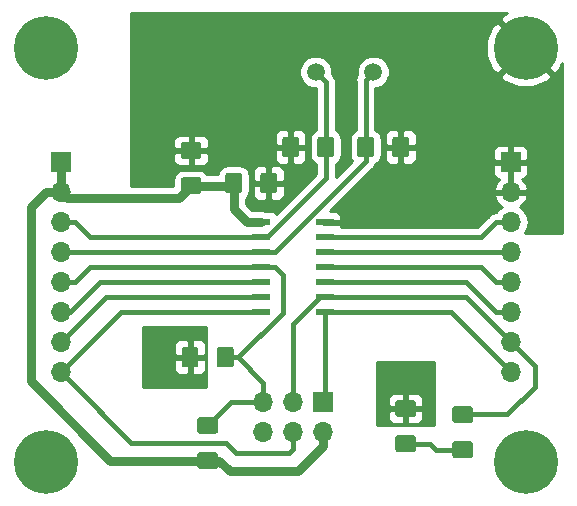
<source format=gbr>
G04 #@! TF.GenerationSoftware,KiCad,Pcbnew,(5.0.2)-1*
G04 #@! TF.CreationDate,2019-01-15T12:25:10+01:00*
G04 #@! TF.ProjectId,ATtiny44_DevBoard,41547469-6e79-4343-945f-446576426f61,rev?*
G04 #@! TF.SameCoordinates,Original*
G04 #@! TF.FileFunction,Copper,L1,Top*
G04 #@! TF.FilePolarity,Positive*
%FSLAX46Y46*%
G04 Gerber Fmt 4.6, Leading zero omitted, Abs format (unit mm)*
G04 Created by KiCad (PCBNEW (5.0.2)-1) date 15/01/2019 12:25:10*
%MOMM*%
%LPD*%
G01*
G04 APERTURE LIST*
G04 #@! TA.AperFunction,ComponentPad*
%ADD10C,5.400000*%
G04 #@! TD*
G04 #@! TA.AperFunction,ComponentPad*
%ADD11C,0.800000*%
G04 #@! TD*
G04 #@! TA.AperFunction,Conductor*
%ADD12C,0.100000*%
G04 #@! TD*
G04 #@! TA.AperFunction,SMDPad,CuDef*
%ADD13C,1.425000*%
G04 #@! TD*
G04 #@! TA.AperFunction,ComponentPad*
%ADD14O,1.700000X1.700000*%
G04 #@! TD*
G04 #@! TA.AperFunction,ComponentPad*
%ADD15R,1.700000X1.700000*%
G04 #@! TD*
G04 #@! TA.AperFunction,SMDPad,CuDef*
%ADD16R,1.500000X0.600000*%
G04 #@! TD*
G04 #@! TA.AperFunction,ComponentPad*
%ADD17C,1.500000*%
G04 #@! TD*
G04 #@! TA.AperFunction,ViaPad*
%ADD18C,0.762000*%
G04 #@! TD*
G04 #@! TA.AperFunction,ViaPad*
%ADD19C,0.889000*%
G04 #@! TD*
G04 #@! TA.AperFunction,Conductor*
%ADD20C,0.762000*%
G04 #@! TD*
G04 #@! TA.AperFunction,Conductor*
%ADD21C,0.406400*%
G04 #@! TD*
G04 #@! TA.AperFunction,Conductor*
%ADD22C,0.254000*%
G04 #@! TD*
G04 APERTURE END LIST*
D10*
G04 #@! TO.P,REF\002A\002A,1*
G04 #@! TO.N,GND*
X128016000Y-108712000D03*
D11*
X130041000Y-108712000D03*
X129447891Y-110143891D03*
X128016000Y-110737000D03*
X126584109Y-110143891D03*
X125991000Y-108712000D03*
X126584109Y-107280109D03*
X128016000Y-106687000D03*
X129447891Y-107280109D03*
G04 #@! TD*
G04 #@! TO.P,REF\002A\002A,1*
G04 #@! TO.N,GND*
X129447891Y-72228109D03*
X128016000Y-71635000D03*
X126584109Y-72228109D03*
X125991000Y-73660000D03*
X126584109Y-75091891D03*
X128016000Y-75685000D03*
X129447891Y-75091891D03*
X130041000Y-73660000D03*
D10*
X128016000Y-73660000D03*
G04 #@! TD*
G04 #@! TO.P,REF\002A\002A,1*
G04 #@! TO.N,GND*
X168656000Y-73660000D03*
D11*
X170681000Y-73660000D03*
X170087891Y-75091891D03*
X168656000Y-75685000D03*
X167224109Y-75091891D03*
X166631000Y-73660000D03*
X167224109Y-72228109D03*
X168656000Y-71635000D03*
X170087891Y-72228109D03*
G04 #@! TD*
D12*
G04 #@! TO.N,VCC*
G04 #@! TO.C,C1*
G36*
X144414504Y-84216204D02*
X144438773Y-84219804D01*
X144462571Y-84225765D01*
X144485671Y-84234030D01*
X144507849Y-84244520D01*
X144528893Y-84257133D01*
X144548598Y-84271747D01*
X144566777Y-84288223D01*
X144583253Y-84306402D01*
X144597867Y-84326107D01*
X144610480Y-84347151D01*
X144620970Y-84369329D01*
X144629235Y-84392429D01*
X144635196Y-84416227D01*
X144638796Y-84440496D01*
X144640000Y-84465000D01*
X144640000Y-85715000D01*
X144638796Y-85739504D01*
X144635196Y-85763773D01*
X144629235Y-85787571D01*
X144620970Y-85810671D01*
X144610480Y-85832849D01*
X144597867Y-85853893D01*
X144583253Y-85873598D01*
X144566777Y-85891777D01*
X144548598Y-85908253D01*
X144528893Y-85922867D01*
X144507849Y-85935480D01*
X144485671Y-85945970D01*
X144462571Y-85954235D01*
X144438773Y-85960196D01*
X144414504Y-85963796D01*
X144390000Y-85965000D01*
X143465000Y-85965000D01*
X143440496Y-85963796D01*
X143416227Y-85960196D01*
X143392429Y-85954235D01*
X143369329Y-85945970D01*
X143347151Y-85935480D01*
X143326107Y-85922867D01*
X143306402Y-85908253D01*
X143288223Y-85891777D01*
X143271747Y-85873598D01*
X143257133Y-85853893D01*
X143244520Y-85832849D01*
X143234030Y-85810671D01*
X143225765Y-85787571D01*
X143219804Y-85763773D01*
X143216204Y-85739504D01*
X143215000Y-85715000D01*
X143215000Y-84465000D01*
X143216204Y-84440496D01*
X143219804Y-84416227D01*
X143225765Y-84392429D01*
X143234030Y-84369329D01*
X143244520Y-84347151D01*
X143257133Y-84326107D01*
X143271747Y-84306402D01*
X143288223Y-84288223D01*
X143306402Y-84271747D01*
X143326107Y-84257133D01*
X143347151Y-84244520D01*
X143369329Y-84234030D01*
X143392429Y-84225765D01*
X143416227Y-84219804D01*
X143440496Y-84216204D01*
X143465000Y-84215000D01*
X144390000Y-84215000D01*
X144414504Y-84216204D01*
X144414504Y-84216204D01*
G37*
D13*
G04 #@! TD*
G04 #@! TO.P,C1,1*
G04 #@! TO.N,VCC*
X143927500Y-85090000D03*
D12*
G04 #@! TO.N,GND*
G04 #@! TO.C,C1*
G36*
X147389504Y-84216204D02*
X147413773Y-84219804D01*
X147437571Y-84225765D01*
X147460671Y-84234030D01*
X147482849Y-84244520D01*
X147503893Y-84257133D01*
X147523598Y-84271747D01*
X147541777Y-84288223D01*
X147558253Y-84306402D01*
X147572867Y-84326107D01*
X147585480Y-84347151D01*
X147595970Y-84369329D01*
X147604235Y-84392429D01*
X147610196Y-84416227D01*
X147613796Y-84440496D01*
X147615000Y-84465000D01*
X147615000Y-85715000D01*
X147613796Y-85739504D01*
X147610196Y-85763773D01*
X147604235Y-85787571D01*
X147595970Y-85810671D01*
X147585480Y-85832849D01*
X147572867Y-85853893D01*
X147558253Y-85873598D01*
X147541777Y-85891777D01*
X147523598Y-85908253D01*
X147503893Y-85922867D01*
X147482849Y-85935480D01*
X147460671Y-85945970D01*
X147437571Y-85954235D01*
X147413773Y-85960196D01*
X147389504Y-85963796D01*
X147365000Y-85965000D01*
X146440000Y-85965000D01*
X146415496Y-85963796D01*
X146391227Y-85960196D01*
X146367429Y-85954235D01*
X146344329Y-85945970D01*
X146322151Y-85935480D01*
X146301107Y-85922867D01*
X146281402Y-85908253D01*
X146263223Y-85891777D01*
X146246747Y-85873598D01*
X146232133Y-85853893D01*
X146219520Y-85832849D01*
X146209030Y-85810671D01*
X146200765Y-85787571D01*
X146194804Y-85763773D01*
X146191204Y-85739504D01*
X146190000Y-85715000D01*
X146190000Y-84465000D01*
X146191204Y-84440496D01*
X146194804Y-84416227D01*
X146200765Y-84392429D01*
X146209030Y-84369329D01*
X146219520Y-84347151D01*
X146232133Y-84326107D01*
X146246747Y-84306402D01*
X146263223Y-84288223D01*
X146281402Y-84271747D01*
X146301107Y-84257133D01*
X146322151Y-84244520D01*
X146344329Y-84234030D01*
X146367429Y-84225765D01*
X146391227Y-84219804D01*
X146415496Y-84216204D01*
X146440000Y-84215000D01*
X147365000Y-84215000D01*
X147389504Y-84216204D01*
X147389504Y-84216204D01*
G37*
D13*
G04 #@! TD*
G04 #@! TO.P,C1,2*
G04 #@! TO.N,GND*
X146902500Y-85090000D03*
D12*
G04 #@! TO.N,GND*
G04 #@! TO.C,C2*
G36*
X149240504Y-81168204D02*
X149264773Y-81171804D01*
X149288571Y-81177765D01*
X149311671Y-81186030D01*
X149333849Y-81196520D01*
X149354893Y-81209133D01*
X149374598Y-81223747D01*
X149392777Y-81240223D01*
X149409253Y-81258402D01*
X149423867Y-81278107D01*
X149436480Y-81299151D01*
X149446970Y-81321329D01*
X149455235Y-81344429D01*
X149461196Y-81368227D01*
X149464796Y-81392496D01*
X149466000Y-81417000D01*
X149466000Y-82667000D01*
X149464796Y-82691504D01*
X149461196Y-82715773D01*
X149455235Y-82739571D01*
X149446970Y-82762671D01*
X149436480Y-82784849D01*
X149423867Y-82805893D01*
X149409253Y-82825598D01*
X149392777Y-82843777D01*
X149374598Y-82860253D01*
X149354893Y-82874867D01*
X149333849Y-82887480D01*
X149311671Y-82897970D01*
X149288571Y-82906235D01*
X149264773Y-82912196D01*
X149240504Y-82915796D01*
X149216000Y-82917000D01*
X148291000Y-82917000D01*
X148266496Y-82915796D01*
X148242227Y-82912196D01*
X148218429Y-82906235D01*
X148195329Y-82897970D01*
X148173151Y-82887480D01*
X148152107Y-82874867D01*
X148132402Y-82860253D01*
X148114223Y-82843777D01*
X148097747Y-82825598D01*
X148083133Y-82805893D01*
X148070520Y-82784849D01*
X148060030Y-82762671D01*
X148051765Y-82739571D01*
X148045804Y-82715773D01*
X148042204Y-82691504D01*
X148041000Y-82667000D01*
X148041000Y-81417000D01*
X148042204Y-81392496D01*
X148045804Y-81368227D01*
X148051765Y-81344429D01*
X148060030Y-81321329D01*
X148070520Y-81299151D01*
X148083133Y-81278107D01*
X148097747Y-81258402D01*
X148114223Y-81240223D01*
X148132402Y-81223747D01*
X148152107Y-81209133D01*
X148173151Y-81196520D01*
X148195329Y-81186030D01*
X148218429Y-81177765D01*
X148242227Y-81171804D01*
X148266496Y-81168204D01*
X148291000Y-81167000D01*
X149216000Y-81167000D01*
X149240504Y-81168204D01*
X149240504Y-81168204D01*
G37*
D13*
G04 #@! TD*
G04 #@! TO.P,C2,2*
G04 #@! TO.N,GND*
X148753500Y-82042000D03*
D12*
G04 #@! TO.N,/XTAL1*
G04 #@! TO.C,C2*
G36*
X152215504Y-81168204D02*
X152239773Y-81171804D01*
X152263571Y-81177765D01*
X152286671Y-81186030D01*
X152308849Y-81196520D01*
X152329893Y-81209133D01*
X152349598Y-81223747D01*
X152367777Y-81240223D01*
X152384253Y-81258402D01*
X152398867Y-81278107D01*
X152411480Y-81299151D01*
X152421970Y-81321329D01*
X152430235Y-81344429D01*
X152436196Y-81368227D01*
X152439796Y-81392496D01*
X152441000Y-81417000D01*
X152441000Y-82667000D01*
X152439796Y-82691504D01*
X152436196Y-82715773D01*
X152430235Y-82739571D01*
X152421970Y-82762671D01*
X152411480Y-82784849D01*
X152398867Y-82805893D01*
X152384253Y-82825598D01*
X152367777Y-82843777D01*
X152349598Y-82860253D01*
X152329893Y-82874867D01*
X152308849Y-82887480D01*
X152286671Y-82897970D01*
X152263571Y-82906235D01*
X152239773Y-82912196D01*
X152215504Y-82915796D01*
X152191000Y-82917000D01*
X151266000Y-82917000D01*
X151241496Y-82915796D01*
X151217227Y-82912196D01*
X151193429Y-82906235D01*
X151170329Y-82897970D01*
X151148151Y-82887480D01*
X151127107Y-82874867D01*
X151107402Y-82860253D01*
X151089223Y-82843777D01*
X151072747Y-82825598D01*
X151058133Y-82805893D01*
X151045520Y-82784849D01*
X151035030Y-82762671D01*
X151026765Y-82739571D01*
X151020804Y-82715773D01*
X151017204Y-82691504D01*
X151016000Y-82667000D01*
X151016000Y-81417000D01*
X151017204Y-81392496D01*
X151020804Y-81368227D01*
X151026765Y-81344429D01*
X151035030Y-81321329D01*
X151045520Y-81299151D01*
X151058133Y-81278107D01*
X151072747Y-81258402D01*
X151089223Y-81240223D01*
X151107402Y-81223747D01*
X151127107Y-81209133D01*
X151148151Y-81196520D01*
X151170329Y-81186030D01*
X151193429Y-81177765D01*
X151217227Y-81171804D01*
X151241496Y-81168204D01*
X151266000Y-81167000D01*
X152191000Y-81167000D01*
X152215504Y-81168204D01*
X152215504Y-81168204D01*
G37*
D13*
G04 #@! TD*
G04 #@! TO.P,C2,1*
G04 #@! TO.N,/XTAL1*
X151728500Y-82042000D03*
D12*
G04 #@! TO.N,/XTAL2*
G04 #@! TO.C,C3*
G36*
X155590504Y-81168204D02*
X155614773Y-81171804D01*
X155638571Y-81177765D01*
X155661671Y-81186030D01*
X155683849Y-81196520D01*
X155704893Y-81209133D01*
X155724598Y-81223747D01*
X155742777Y-81240223D01*
X155759253Y-81258402D01*
X155773867Y-81278107D01*
X155786480Y-81299151D01*
X155796970Y-81321329D01*
X155805235Y-81344429D01*
X155811196Y-81368227D01*
X155814796Y-81392496D01*
X155816000Y-81417000D01*
X155816000Y-82667000D01*
X155814796Y-82691504D01*
X155811196Y-82715773D01*
X155805235Y-82739571D01*
X155796970Y-82762671D01*
X155786480Y-82784849D01*
X155773867Y-82805893D01*
X155759253Y-82825598D01*
X155742777Y-82843777D01*
X155724598Y-82860253D01*
X155704893Y-82874867D01*
X155683849Y-82887480D01*
X155661671Y-82897970D01*
X155638571Y-82906235D01*
X155614773Y-82912196D01*
X155590504Y-82915796D01*
X155566000Y-82917000D01*
X154641000Y-82917000D01*
X154616496Y-82915796D01*
X154592227Y-82912196D01*
X154568429Y-82906235D01*
X154545329Y-82897970D01*
X154523151Y-82887480D01*
X154502107Y-82874867D01*
X154482402Y-82860253D01*
X154464223Y-82843777D01*
X154447747Y-82825598D01*
X154433133Y-82805893D01*
X154420520Y-82784849D01*
X154410030Y-82762671D01*
X154401765Y-82739571D01*
X154395804Y-82715773D01*
X154392204Y-82691504D01*
X154391000Y-82667000D01*
X154391000Y-81417000D01*
X154392204Y-81392496D01*
X154395804Y-81368227D01*
X154401765Y-81344429D01*
X154410030Y-81321329D01*
X154420520Y-81299151D01*
X154433133Y-81278107D01*
X154447747Y-81258402D01*
X154464223Y-81240223D01*
X154482402Y-81223747D01*
X154502107Y-81209133D01*
X154523151Y-81196520D01*
X154545329Y-81186030D01*
X154568429Y-81177765D01*
X154592227Y-81171804D01*
X154616496Y-81168204D01*
X154641000Y-81167000D01*
X155566000Y-81167000D01*
X155590504Y-81168204D01*
X155590504Y-81168204D01*
G37*
D13*
G04 #@! TD*
G04 #@! TO.P,C3,1*
G04 #@! TO.N,/XTAL2*
X155103500Y-82042000D03*
D12*
G04 #@! TO.N,GND*
G04 #@! TO.C,C3*
G36*
X158565504Y-81168204D02*
X158589773Y-81171804D01*
X158613571Y-81177765D01*
X158636671Y-81186030D01*
X158658849Y-81196520D01*
X158679893Y-81209133D01*
X158699598Y-81223747D01*
X158717777Y-81240223D01*
X158734253Y-81258402D01*
X158748867Y-81278107D01*
X158761480Y-81299151D01*
X158771970Y-81321329D01*
X158780235Y-81344429D01*
X158786196Y-81368227D01*
X158789796Y-81392496D01*
X158791000Y-81417000D01*
X158791000Y-82667000D01*
X158789796Y-82691504D01*
X158786196Y-82715773D01*
X158780235Y-82739571D01*
X158771970Y-82762671D01*
X158761480Y-82784849D01*
X158748867Y-82805893D01*
X158734253Y-82825598D01*
X158717777Y-82843777D01*
X158699598Y-82860253D01*
X158679893Y-82874867D01*
X158658849Y-82887480D01*
X158636671Y-82897970D01*
X158613571Y-82906235D01*
X158589773Y-82912196D01*
X158565504Y-82915796D01*
X158541000Y-82917000D01*
X157616000Y-82917000D01*
X157591496Y-82915796D01*
X157567227Y-82912196D01*
X157543429Y-82906235D01*
X157520329Y-82897970D01*
X157498151Y-82887480D01*
X157477107Y-82874867D01*
X157457402Y-82860253D01*
X157439223Y-82843777D01*
X157422747Y-82825598D01*
X157408133Y-82805893D01*
X157395520Y-82784849D01*
X157385030Y-82762671D01*
X157376765Y-82739571D01*
X157370804Y-82715773D01*
X157367204Y-82691504D01*
X157366000Y-82667000D01*
X157366000Y-81417000D01*
X157367204Y-81392496D01*
X157370804Y-81368227D01*
X157376765Y-81344429D01*
X157385030Y-81321329D01*
X157395520Y-81299151D01*
X157408133Y-81278107D01*
X157422747Y-81258402D01*
X157439223Y-81240223D01*
X157457402Y-81223747D01*
X157477107Y-81209133D01*
X157498151Y-81196520D01*
X157520329Y-81186030D01*
X157543429Y-81177765D01*
X157567227Y-81171804D01*
X157591496Y-81168204D01*
X157616000Y-81167000D01*
X158541000Y-81167000D01*
X158565504Y-81168204D01*
X158565504Y-81168204D01*
G37*
D13*
G04 #@! TD*
G04 #@! TO.P,C3,2*
G04 #@! TO.N,GND*
X158078500Y-82042000D03*
D12*
G04 #@! TO.N,GND*
G04 #@! TO.C,C4*
G36*
X140984504Y-81621204D02*
X141008773Y-81624804D01*
X141032571Y-81630765D01*
X141055671Y-81639030D01*
X141077849Y-81649520D01*
X141098893Y-81662133D01*
X141118598Y-81676747D01*
X141136777Y-81693223D01*
X141153253Y-81711402D01*
X141167867Y-81731107D01*
X141180480Y-81752151D01*
X141190970Y-81774329D01*
X141199235Y-81797429D01*
X141205196Y-81821227D01*
X141208796Y-81845496D01*
X141210000Y-81870000D01*
X141210000Y-82795000D01*
X141208796Y-82819504D01*
X141205196Y-82843773D01*
X141199235Y-82867571D01*
X141190970Y-82890671D01*
X141180480Y-82912849D01*
X141167867Y-82933893D01*
X141153253Y-82953598D01*
X141136777Y-82971777D01*
X141118598Y-82988253D01*
X141098893Y-83002867D01*
X141077849Y-83015480D01*
X141055671Y-83025970D01*
X141032571Y-83034235D01*
X141008773Y-83040196D01*
X140984504Y-83043796D01*
X140960000Y-83045000D01*
X139710000Y-83045000D01*
X139685496Y-83043796D01*
X139661227Y-83040196D01*
X139637429Y-83034235D01*
X139614329Y-83025970D01*
X139592151Y-83015480D01*
X139571107Y-83002867D01*
X139551402Y-82988253D01*
X139533223Y-82971777D01*
X139516747Y-82953598D01*
X139502133Y-82933893D01*
X139489520Y-82912849D01*
X139479030Y-82890671D01*
X139470765Y-82867571D01*
X139464804Y-82843773D01*
X139461204Y-82819504D01*
X139460000Y-82795000D01*
X139460000Y-81870000D01*
X139461204Y-81845496D01*
X139464804Y-81821227D01*
X139470765Y-81797429D01*
X139479030Y-81774329D01*
X139489520Y-81752151D01*
X139502133Y-81731107D01*
X139516747Y-81711402D01*
X139533223Y-81693223D01*
X139551402Y-81676747D01*
X139571107Y-81662133D01*
X139592151Y-81649520D01*
X139614329Y-81639030D01*
X139637429Y-81630765D01*
X139661227Y-81624804D01*
X139685496Y-81621204D01*
X139710000Y-81620000D01*
X140960000Y-81620000D01*
X140984504Y-81621204D01*
X140984504Y-81621204D01*
G37*
D13*
G04 #@! TD*
G04 #@! TO.P,C4,2*
G04 #@! TO.N,GND*
X140335000Y-82332500D03*
D12*
G04 #@! TO.N,VCC*
G04 #@! TO.C,C4*
G36*
X140984504Y-84596204D02*
X141008773Y-84599804D01*
X141032571Y-84605765D01*
X141055671Y-84614030D01*
X141077849Y-84624520D01*
X141098893Y-84637133D01*
X141118598Y-84651747D01*
X141136777Y-84668223D01*
X141153253Y-84686402D01*
X141167867Y-84706107D01*
X141180480Y-84727151D01*
X141190970Y-84749329D01*
X141199235Y-84772429D01*
X141205196Y-84796227D01*
X141208796Y-84820496D01*
X141210000Y-84845000D01*
X141210000Y-85770000D01*
X141208796Y-85794504D01*
X141205196Y-85818773D01*
X141199235Y-85842571D01*
X141190970Y-85865671D01*
X141180480Y-85887849D01*
X141167867Y-85908893D01*
X141153253Y-85928598D01*
X141136777Y-85946777D01*
X141118598Y-85963253D01*
X141098893Y-85977867D01*
X141077849Y-85990480D01*
X141055671Y-86000970D01*
X141032571Y-86009235D01*
X141008773Y-86015196D01*
X140984504Y-86018796D01*
X140960000Y-86020000D01*
X139710000Y-86020000D01*
X139685496Y-86018796D01*
X139661227Y-86015196D01*
X139637429Y-86009235D01*
X139614329Y-86000970D01*
X139592151Y-85990480D01*
X139571107Y-85977867D01*
X139551402Y-85963253D01*
X139533223Y-85946777D01*
X139516747Y-85928598D01*
X139502133Y-85908893D01*
X139489520Y-85887849D01*
X139479030Y-85865671D01*
X139470765Y-85842571D01*
X139464804Y-85818773D01*
X139461204Y-85794504D01*
X139460000Y-85770000D01*
X139460000Y-84845000D01*
X139461204Y-84820496D01*
X139464804Y-84796227D01*
X139470765Y-84772429D01*
X139479030Y-84749329D01*
X139489520Y-84727151D01*
X139502133Y-84706107D01*
X139516747Y-84686402D01*
X139533223Y-84668223D01*
X139551402Y-84651747D01*
X139571107Y-84637133D01*
X139592151Y-84624520D01*
X139614329Y-84614030D01*
X139637429Y-84605765D01*
X139661227Y-84599804D01*
X139685496Y-84596204D01*
X139710000Y-84595000D01*
X140960000Y-84595000D01*
X140984504Y-84596204D01*
X140984504Y-84596204D01*
G37*
D13*
G04 #@! TD*
G04 #@! TO.P,C4,1*
G04 #@! TO.N,VCC*
X140335000Y-85307500D03*
D12*
G04 #@! TO.N,GND*
G04 #@! TO.C,D1*
G36*
X159145504Y-103465204D02*
X159169773Y-103468804D01*
X159193571Y-103474765D01*
X159216671Y-103483030D01*
X159238849Y-103493520D01*
X159259893Y-103506133D01*
X159279598Y-103520747D01*
X159297777Y-103537223D01*
X159314253Y-103555402D01*
X159328867Y-103575107D01*
X159341480Y-103596151D01*
X159351970Y-103618329D01*
X159360235Y-103641429D01*
X159366196Y-103665227D01*
X159369796Y-103689496D01*
X159371000Y-103714000D01*
X159371000Y-104639000D01*
X159369796Y-104663504D01*
X159366196Y-104687773D01*
X159360235Y-104711571D01*
X159351970Y-104734671D01*
X159341480Y-104756849D01*
X159328867Y-104777893D01*
X159314253Y-104797598D01*
X159297777Y-104815777D01*
X159279598Y-104832253D01*
X159259893Y-104846867D01*
X159238849Y-104859480D01*
X159216671Y-104869970D01*
X159193571Y-104878235D01*
X159169773Y-104884196D01*
X159145504Y-104887796D01*
X159121000Y-104889000D01*
X157871000Y-104889000D01*
X157846496Y-104887796D01*
X157822227Y-104884196D01*
X157798429Y-104878235D01*
X157775329Y-104869970D01*
X157753151Y-104859480D01*
X157732107Y-104846867D01*
X157712402Y-104832253D01*
X157694223Y-104815777D01*
X157677747Y-104797598D01*
X157663133Y-104777893D01*
X157650520Y-104756849D01*
X157640030Y-104734671D01*
X157631765Y-104711571D01*
X157625804Y-104687773D01*
X157622204Y-104663504D01*
X157621000Y-104639000D01*
X157621000Y-103714000D01*
X157622204Y-103689496D01*
X157625804Y-103665227D01*
X157631765Y-103641429D01*
X157640030Y-103618329D01*
X157650520Y-103596151D01*
X157663133Y-103575107D01*
X157677747Y-103555402D01*
X157694223Y-103537223D01*
X157712402Y-103520747D01*
X157732107Y-103506133D01*
X157753151Y-103493520D01*
X157775329Y-103483030D01*
X157798429Y-103474765D01*
X157822227Y-103468804D01*
X157846496Y-103465204D01*
X157871000Y-103464000D01*
X159121000Y-103464000D01*
X159145504Y-103465204D01*
X159145504Y-103465204D01*
G37*
D13*
G04 #@! TD*
G04 #@! TO.P,D1,1*
G04 #@! TO.N,GND*
X158496000Y-104176500D03*
D12*
G04 #@! TO.N,Net-(D1-Pad2)*
G04 #@! TO.C,D1*
G36*
X159145504Y-106440204D02*
X159169773Y-106443804D01*
X159193571Y-106449765D01*
X159216671Y-106458030D01*
X159238849Y-106468520D01*
X159259893Y-106481133D01*
X159279598Y-106495747D01*
X159297777Y-106512223D01*
X159314253Y-106530402D01*
X159328867Y-106550107D01*
X159341480Y-106571151D01*
X159351970Y-106593329D01*
X159360235Y-106616429D01*
X159366196Y-106640227D01*
X159369796Y-106664496D01*
X159371000Y-106689000D01*
X159371000Y-107614000D01*
X159369796Y-107638504D01*
X159366196Y-107662773D01*
X159360235Y-107686571D01*
X159351970Y-107709671D01*
X159341480Y-107731849D01*
X159328867Y-107752893D01*
X159314253Y-107772598D01*
X159297777Y-107790777D01*
X159279598Y-107807253D01*
X159259893Y-107821867D01*
X159238849Y-107834480D01*
X159216671Y-107844970D01*
X159193571Y-107853235D01*
X159169773Y-107859196D01*
X159145504Y-107862796D01*
X159121000Y-107864000D01*
X157871000Y-107864000D01*
X157846496Y-107862796D01*
X157822227Y-107859196D01*
X157798429Y-107853235D01*
X157775329Y-107844970D01*
X157753151Y-107834480D01*
X157732107Y-107821867D01*
X157712402Y-107807253D01*
X157694223Y-107790777D01*
X157677747Y-107772598D01*
X157663133Y-107752893D01*
X157650520Y-107731849D01*
X157640030Y-107709671D01*
X157631765Y-107686571D01*
X157625804Y-107662773D01*
X157622204Y-107638504D01*
X157621000Y-107614000D01*
X157621000Y-106689000D01*
X157622204Y-106664496D01*
X157625804Y-106640227D01*
X157631765Y-106616429D01*
X157640030Y-106593329D01*
X157650520Y-106571151D01*
X157663133Y-106550107D01*
X157677747Y-106530402D01*
X157694223Y-106512223D01*
X157712402Y-106495747D01*
X157732107Y-106481133D01*
X157753151Y-106468520D01*
X157775329Y-106458030D01*
X157798429Y-106449765D01*
X157822227Y-106443804D01*
X157846496Y-106440204D01*
X157871000Y-106439000D01*
X159121000Y-106439000D01*
X159145504Y-106440204D01*
X159145504Y-106440204D01*
G37*
D13*
G04 #@! TD*
G04 #@! TO.P,D1,2*
G04 #@! TO.N,Net-(D1-Pad2)*
X158496000Y-107151500D03*
D14*
G04 #@! TO.P,J1,8*
G04 #@! TO.N,/MOSI*
X129286000Y-101092000D03*
G04 #@! TO.P,J1,7*
G04 #@! TO.N,/PA7*
X129286000Y-98552000D03*
G04 #@! TO.P,J1,6*
G04 #@! TO.N,/PB2*
X129286000Y-96012000D03*
G04 #@! TO.P,J1,5*
G04 #@! TO.N,/~RESET*
X129286000Y-93472000D03*
G04 #@! TO.P,J1,4*
G04 #@! TO.N,/XTAL2*
X129286000Y-90932000D03*
G04 #@! TO.P,J1,3*
G04 #@! TO.N,/XTAL1*
X129286000Y-88392000D03*
G04 #@! TO.P,J1,2*
G04 #@! TO.N,VCC*
X129286000Y-85852000D03*
D15*
G04 #@! TO.P,J1,1*
X129286000Y-83312000D03*
G04 #@! TD*
G04 #@! TO.P,J2,1*
G04 #@! TO.N,/MISO*
X151511000Y-103632000D03*
D14*
G04 #@! TO.P,J2,2*
G04 #@! TO.N,VCC*
X151511000Y-106172000D03*
G04 #@! TO.P,J2,3*
G04 #@! TO.N,/USCK*
X148971000Y-103632000D03*
G04 #@! TO.P,J2,4*
G04 #@! TO.N,/MOSI*
X148971000Y-106172000D03*
G04 #@! TO.P,J2,5*
G04 #@! TO.N,/~RESET*
X146431000Y-103632000D03*
G04 #@! TO.P,J2,6*
G04 #@! TO.N,GND*
X146431000Y-106172000D03*
G04 #@! TD*
D15*
G04 #@! TO.P,J3,1*
G04 #@! TO.N,GND*
X167386000Y-83312000D03*
D14*
G04 #@! TO.P,J3,2*
X167386000Y-85852000D03*
G04 #@! TO.P,J3,3*
G04 #@! TO.N,/PA0*
X167386000Y-88392000D03*
G04 #@! TO.P,J3,4*
G04 #@! TO.N,/PA1*
X167386000Y-90932000D03*
G04 #@! TO.P,J3,5*
G04 #@! TO.N,/PA2*
X167386000Y-93472000D03*
G04 #@! TO.P,J3,6*
G04 #@! TO.N,/PA3*
X167386000Y-96012000D03*
G04 #@! TO.P,J3,7*
G04 #@! TO.N,/USCK*
X167386000Y-98552000D03*
G04 #@! TO.P,J3,8*
G04 #@! TO.N,/MISO*
X167386000Y-101092000D03*
G04 #@! TD*
D12*
G04 #@! TO.N,Net-(D1-Pad2)*
G04 #@! TO.C,R1*
G36*
X163971504Y-106948204D02*
X163995773Y-106951804D01*
X164019571Y-106957765D01*
X164042671Y-106966030D01*
X164064849Y-106976520D01*
X164085893Y-106989133D01*
X164105598Y-107003747D01*
X164123777Y-107020223D01*
X164140253Y-107038402D01*
X164154867Y-107058107D01*
X164167480Y-107079151D01*
X164177970Y-107101329D01*
X164186235Y-107124429D01*
X164192196Y-107148227D01*
X164195796Y-107172496D01*
X164197000Y-107197000D01*
X164197000Y-108122000D01*
X164195796Y-108146504D01*
X164192196Y-108170773D01*
X164186235Y-108194571D01*
X164177970Y-108217671D01*
X164167480Y-108239849D01*
X164154867Y-108260893D01*
X164140253Y-108280598D01*
X164123777Y-108298777D01*
X164105598Y-108315253D01*
X164085893Y-108329867D01*
X164064849Y-108342480D01*
X164042671Y-108352970D01*
X164019571Y-108361235D01*
X163995773Y-108367196D01*
X163971504Y-108370796D01*
X163947000Y-108372000D01*
X162697000Y-108372000D01*
X162672496Y-108370796D01*
X162648227Y-108367196D01*
X162624429Y-108361235D01*
X162601329Y-108352970D01*
X162579151Y-108342480D01*
X162558107Y-108329867D01*
X162538402Y-108315253D01*
X162520223Y-108298777D01*
X162503747Y-108280598D01*
X162489133Y-108260893D01*
X162476520Y-108239849D01*
X162466030Y-108217671D01*
X162457765Y-108194571D01*
X162451804Y-108170773D01*
X162448204Y-108146504D01*
X162447000Y-108122000D01*
X162447000Y-107197000D01*
X162448204Y-107172496D01*
X162451804Y-107148227D01*
X162457765Y-107124429D01*
X162466030Y-107101329D01*
X162476520Y-107079151D01*
X162489133Y-107058107D01*
X162503747Y-107038402D01*
X162520223Y-107020223D01*
X162538402Y-107003747D01*
X162558107Y-106989133D01*
X162579151Y-106976520D01*
X162601329Y-106966030D01*
X162624429Y-106957765D01*
X162648227Y-106951804D01*
X162672496Y-106948204D01*
X162697000Y-106947000D01*
X163947000Y-106947000D01*
X163971504Y-106948204D01*
X163971504Y-106948204D01*
G37*
D13*
G04 #@! TD*
G04 #@! TO.P,R1,2*
G04 #@! TO.N,Net-(D1-Pad2)*
X163322000Y-107659500D03*
D12*
G04 #@! TO.N,/USCK*
G04 #@! TO.C,R1*
G36*
X163971504Y-103973204D02*
X163995773Y-103976804D01*
X164019571Y-103982765D01*
X164042671Y-103991030D01*
X164064849Y-104001520D01*
X164085893Y-104014133D01*
X164105598Y-104028747D01*
X164123777Y-104045223D01*
X164140253Y-104063402D01*
X164154867Y-104083107D01*
X164167480Y-104104151D01*
X164177970Y-104126329D01*
X164186235Y-104149429D01*
X164192196Y-104173227D01*
X164195796Y-104197496D01*
X164197000Y-104222000D01*
X164197000Y-105147000D01*
X164195796Y-105171504D01*
X164192196Y-105195773D01*
X164186235Y-105219571D01*
X164177970Y-105242671D01*
X164167480Y-105264849D01*
X164154867Y-105285893D01*
X164140253Y-105305598D01*
X164123777Y-105323777D01*
X164105598Y-105340253D01*
X164085893Y-105354867D01*
X164064849Y-105367480D01*
X164042671Y-105377970D01*
X164019571Y-105386235D01*
X163995773Y-105392196D01*
X163971504Y-105395796D01*
X163947000Y-105397000D01*
X162697000Y-105397000D01*
X162672496Y-105395796D01*
X162648227Y-105392196D01*
X162624429Y-105386235D01*
X162601329Y-105377970D01*
X162579151Y-105367480D01*
X162558107Y-105354867D01*
X162538402Y-105340253D01*
X162520223Y-105323777D01*
X162503747Y-105305598D01*
X162489133Y-105285893D01*
X162476520Y-105264849D01*
X162466030Y-105242671D01*
X162457765Y-105219571D01*
X162451804Y-105195773D01*
X162448204Y-105171504D01*
X162447000Y-105147000D01*
X162447000Y-104222000D01*
X162448204Y-104197496D01*
X162451804Y-104173227D01*
X162457765Y-104149429D01*
X162466030Y-104126329D01*
X162476520Y-104104151D01*
X162489133Y-104083107D01*
X162503747Y-104063402D01*
X162520223Y-104045223D01*
X162538402Y-104028747D01*
X162558107Y-104014133D01*
X162579151Y-104001520D01*
X162601329Y-103991030D01*
X162624429Y-103982765D01*
X162648227Y-103976804D01*
X162672496Y-103973204D01*
X162697000Y-103972000D01*
X163947000Y-103972000D01*
X163971504Y-103973204D01*
X163971504Y-103973204D01*
G37*
D13*
G04 #@! TD*
G04 #@! TO.P,R1,1*
G04 #@! TO.N,/USCK*
X163322000Y-104684500D03*
D12*
G04 #@! TO.N,VCC*
G04 #@! TO.C,R2*
G36*
X142381504Y-107873704D02*
X142405773Y-107877304D01*
X142429571Y-107883265D01*
X142452671Y-107891530D01*
X142474849Y-107902020D01*
X142495893Y-107914633D01*
X142515598Y-107929247D01*
X142533777Y-107945723D01*
X142550253Y-107963902D01*
X142564867Y-107983607D01*
X142577480Y-108004651D01*
X142587970Y-108026829D01*
X142596235Y-108049929D01*
X142602196Y-108073727D01*
X142605796Y-108097996D01*
X142607000Y-108122500D01*
X142607000Y-109047500D01*
X142605796Y-109072004D01*
X142602196Y-109096273D01*
X142596235Y-109120071D01*
X142587970Y-109143171D01*
X142577480Y-109165349D01*
X142564867Y-109186393D01*
X142550253Y-109206098D01*
X142533777Y-109224277D01*
X142515598Y-109240753D01*
X142495893Y-109255367D01*
X142474849Y-109267980D01*
X142452671Y-109278470D01*
X142429571Y-109286735D01*
X142405773Y-109292696D01*
X142381504Y-109296296D01*
X142357000Y-109297500D01*
X141107000Y-109297500D01*
X141082496Y-109296296D01*
X141058227Y-109292696D01*
X141034429Y-109286735D01*
X141011329Y-109278470D01*
X140989151Y-109267980D01*
X140968107Y-109255367D01*
X140948402Y-109240753D01*
X140930223Y-109224277D01*
X140913747Y-109206098D01*
X140899133Y-109186393D01*
X140886520Y-109165349D01*
X140876030Y-109143171D01*
X140867765Y-109120071D01*
X140861804Y-109096273D01*
X140858204Y-109072004D01*
X140857000Y-109047500D01*
X140857000Y-108122500D01*
X140858204Y-108097996D01*
X140861804Y-108073727D01*
X140867765Y-108049929D01*
X140876030Y-108026829D01*
X140886520Y-108004651D01*
X140899133Y-107983607D01*
X140913747Y-107963902D01*
X140930223Y-107945723D01*
X140948402Y-107929247D01*
X140968107Y-107914633D01*
X140989151Y-107902020D01*
X141011329Y-107891530D01*
X141034429Y-107883265D01*
X141058227Y-107877304D01*
X141082496Y-107873704D01*
X141107000Y-107872500D01*
X142357000Y-107872500D01*
X142381504Y-107873704D01*
X142381504Y-107873704D01*
G37*
D13*
G04 #@! TD*
G04 #@! TO.P,R2,1*
G04 #@! TO.N,VCC*
X141732000Y-108585000D03*
D12*
G04 #@! TO.N,/~RESET*
G04 #@! TO.C,R2*
G36*
X142381504Y-104898704D02*
X142405773Y-104902304D01*
X142429571Y-104908265D01*
X142452671Y-104916530D01*
X142474849Y-104927020D01*
X142495893Y-104939633D01*
X142515598Y-104954247D01*
X142533777Y-104970723D01*
X142550253Y-104988902D01*
X142564867Y-105008607D01*
X142577480Y-105029651D01*
X142587970Y-105051829D01*
X142596235Y-105074929D01*
X142602196Y-105098727D01*
X142605796Y-105122996D01*
X142607000Y-105147500D01*
X142607000Y-106072500D01*
X142605796Y-106097004D01*
X142602196Y-106121273D01*
X142596235Y-106145071D01*
X142587970Y-106168171D01*
X142577480Y-106190349D01*
X142564867Y-106211393D01*
X142550253Y-106231098D01*
X142533777Y-106249277D01*
X142515598Y-106265753D01*
X142495893Y-106280367D01*
X142474849Y-106292980D01*
X142452671Y-106303470D01*
X142429571Y-106311735D01*
X142405773Y-106317696D01*
X142381504Y-106321296D01*
X142357000Y-106322500D01*
X141107000Y-106322500D01*
X141082496Y-106321296D01*
X141058227Y-106317696D01*
X141034429Y-106311735D01*
X141011329Y-106303470D01*
X140989151Y-106292980D01*
X140968107Y-106280367D01*
X140948402Y-106265753D01*
X140930223Y-106249277D01*
X140913747Y-106231098D01*
X140899133Y-106211393D01*
X140886520Y-106190349D01*
X140876030Y-106168171D01*
X140867765Y-106145071D01*
X140861804Y-106121273D01*
X140858204Y-106097004D01*
X140857000Y-106072500D01*
X140857000Y-105147500D01*
X140858204Y-105122996D01*
X140861804Y-105098727D01*
X140867765Y-105074929D01*
X140876030Y-105051829D01*
X140886520Y-105029651D01*
X140899133Y-105008607D01*
X140913747Y-104988902D01*
X140930223Y-104970723D01*
X140948402Y-104954247D01*
X140968107Y-104939633D01*
X140989151Y-104927020D01*
X141011329Y-104916530D01*
X141034429Y-104908265D01*
X141058227Y-104902304D01*
X141082496Y-104898704D01*
X141107000Y-104897500D01*
X142357000Y-104897500D01*
X142381504Y-104898704D01*
X142381504Y-104898704D01*
G37*
D13*
G04 #@! TD*
G04 #@! TO.P,R2,2*
G04 #@! TO.N,/~RESET*
X141732000Y-105610000D03*
D16*
G04 #@! TO.P,U1,1*
G04 #@! TO.N,VCC*
X146271000Y-88392000D03*
G04 #@! TO.P,U1,2*
G04 #@! TO.N,/XTAL1*
X146271000Y-89662000D03*
G04 #@! TO.P,U1,3*
G04 #@! TO.N,/XTAL2*
X146271000Y-90932000D03*
G04 #@! TO.P,U1,4*
G04 #@! TO.N,/~RESET*
X146271000Y-92202000D03*
G04 #@! TO.P,U1,5*
G04 #@! TO.N,/PB2*
X146271000Y-93472000D03*
G04 #@! TO.P,U1,6*
G04 #@! TO.N,/PA7*
X146271000Y-94742000D03*
G04 #@! TO.P,U1,7*
G04 #@! TO.N,/MOSI*
X146271000Y-96012000D03*
G04 #@! TO.P,U1,8*
G04 #@! TO.N,/MISO*
X151671000Y-96012000D03*
G04 #@! TO.P,U1,9*
G04 #@! TO.N,/USCK*
X151671000Y-94742000D03*
G04 #@! TO.P,U1,10*
G04 #@! TO.N,/PA3*
X151671000Y-93472000D03*
G04 #@! TO.P,U1,11*
G04 #@! TO.N,/PA2*
X151671000Y-92202000D03*
G04 #@! TO.P,U1,12*
G04 #@! TO.N,/PA1*
X151671000Y-90932000D03*
G04 #@! TO.P,U1,13*
G04 #@! TO.N,/PA0*
X151671000Y-89662000D03*
G04 #@! TO.P,U1,14*
G04 #@! TO.N,GND*
X151671000Y-88392000D03*
G04 #@! TD*
D12*
G04 #@! TO.N,/~RESET*
G04 #@! TO.C,C5*
G36*
X143706504Y-98948204D02*
X143730773Y-98951804D01*
X143754571Y-98957765D01*
X143777671Y-98966030D01*
X143799849Y-98976520D01*
X143820893Y-98989133D01*
X143840598Y-99003747D01*
X143858777Y-99020223D01*
X143875253Y-99038402D01*
X143889867Y-99058107D01*
X143902480Y-99079151D01*
X143912970Y-99101329D01*
X143921235Y-99124429D01*
X143927196Y-99148227D01*
X143930796Y-99172496D01*
X143932000Y-99197000D01*
X143932000Y-100447000D01*
X143930796Y-100471504D01*
X143927196Y-100495773D01*
X143921235Y-100519571D01*
X143912970Y-100542671D01*
X143902480Y-100564849D01*
X143889867Y-100585893D01*
X143875253Y-100605598D01*
X143858777Y-100623777D01*
X143840598Y-100640253D01*
X143820893Y-100654867D01*
X143799849Y-100667480D01*
X143777671Y-100677970D01*
X143754571Y-100686235D01*
X143730773Y-100692196D01*
X143706504Y-100695796D01*
X143682000Y-100697000D01*
X142757000Y-100697000D01*
X142732496Y-100695796D01*
X142708227Y-100692196D01*
X142684429Y-100686235D01*
X142661329Y-100677970D01*
X142639151Y-100667480D01*
X142618107Y-100654867D01*
X142598402Y-100640253D01*
X142580223Y-100623777D01*
X142563747Y-100605598D01*
X142549133Y-100585893D01*
X142536520Y-100564849D01*
X142526030Y-100542671D01*
X142517765Y-100519571D01*
X142511804Y-100495773D01*
X142508204Y-100471504D01*
X142507000Y-100447000D01*
X142507000Y-99197000D01*
X142508204Y-99172496D01*
X142511804Y-99148227D01*
X142517765Y-99124429D01*
X142526030Y-99101329D01*
X142536520Y-99079151D01*
X142549133Y-99058107D01*
X142563747Y-99038402D01*
X142580223Y-99020223D01*
X142598402Y-99003747D01*
X142618107Y-98989133D01*
X142639151Y-98976520D01*
X142661329Y-98966030D01*
X142684429Y-98957765D01*
X142708227Y-98951804D01*
X142732496Y-98948204D01*
X142757000Y-98947000D01*
X143682000Y-98947000D01*
X143706504Y-98948204D01*
X143706504Y-98948204D01*
G37*
D13*
G04 #@! TD*
G04 #@! TO.P,C5,1*
G04 #@! TO.N,/~RESET*
X143219500Y-99822000D03*
D12*
G04 #@! TO.N,GND*
G04 #@! TO.C,C5*
G36*
X140731504Y-98948204D02*
X140755773Y-98951804D01*
X140779571Y-98957765D01*
X140802671Y-98966030D01*
X140824849Y-98976520D01*
X140845893Y-98989133D01*
X140865598Y-99003747D01*
X140883777Y-99020223D01*
X140900253Y-99038402D01*
X140914867Y-99058107D01*
X140927480Y-99079151D01*
X140937970Y-99101329D01*
X140946235Y-99124429D01*
X140952196Y-99148227D01*
X140955796Y-99172496D01*
X140957000Y-99197000D01*
X140957000Y-100447000D01*
X140955796Y-100471504D01*
X140952196Y-100495773D01*
X140946235Y-100519571D01*
X140937970Y-100542671D01*
X140927480Y-100564849D01*
X140914867Y-100585893D01*
X140900253Y-100605598D01*
X140883777Y-100623777D01*
X140865598Y-100640253D01*
X140845893Y-100654867D01*
X140824849Y-100667480D01*
X140802671Y-100677970D01*
X140779571Y-100686235D01*
X140755773Y-100692196D01*
X140731504Y-100695796D01*
X140707000Y-100697000D01*
X139782000Y-100697000D01*
X139757496Y-100695796D01*
X139733227Y-100692196D01*
X139709429Y-100686235D01*
X139686329Y-100677970D01*
X139664151Y-100667480D01*
X139643107Y-100654867D01*
X139623402Y-100640253D01*
X139605223Y-100623777D01*
X139588747Y-100605598D01*
X139574133Y-100585893D01*
X139561520Y-100564849D01*
X139551030Y-100542671D01*
X139542765Y-100519571D01*
X139536804Y-100495773D01*
X139533204Y-100471504D01*
X139532000Y-100447000D01*
X139532000Y-99197000D01*
X139533204Y-99172496D01*
X139536804Y-99148227D01*
X139542765Y-99124429D01*
X139551030Y-99101329D01*
X139561520Y-99079151D01*
X139574133Y-99058107D01*
X139588747Y-99038402D01*
X139605223Y-99020223D01*
X139623402Y-99003747D01*
X139643107Y-98989133D01*
X139664151Y-98976520D01*
X139686329Y-98966030D01*
X139709429Y-98957765D01*
X139733227Y-98951804D01*
X139757496Y-98948204D01*
X139782000Y-98947000D01*
X140707000Y-98947000D01*
X140731504Y-98948204D01*
X140731504Y-98948204D01*
G37*
D13*
G04 #@! TD*
G04 #@! TO.P,C5,2*
G04 #@! TO.N,GND*
X140244500Y-99822000D03*
D17*
G04 #@! TO.P,Y1,1*
G04 #@! TO.N,/XTAL1*
X150876000Y-75692000D03*
G04 #@! TO.P,Y1,2*
G04 #@! TO.N,/XTAL2*
X155756000Y-75692000D03*
G04 #@! TD*
D11*
G04 #@! TO.P,REF\002A\002A,1*
G04 #@! TO.N,GND*
X170087891Y-107280109D03*
X168656000Y-106687000D03*
X167224109Y-107280109D03*
X166631000Y-108712000D03*
X167224109Y-110143891D03*
X168656000Y-110737000D03*
X170087891Y-110143891D03*
X170681000Y-108712000D03*
D10*
X168656000Y-108712000D03*
G04 #@! TD*
D18*
G04 #@! TO.N,GND*
X149352000Y-84582000D03*
X146304000Y-82042000D03*
X143510000Y-82042000D03*
X143510000Y-80264000D03*
X146304000Y-80264000D03*
X154686000Y-87884000D03*
X156210000Y-84582000D03*
X156972000Y-87884000D03*
X158496000Y-84582000D03*
X154686000Y-86106000D03*
X156972000Y-86106000D03*
X164592000Y-83312000D03*
X164592000Y-85090000D03*
X164592000Y-86868000D03*
X169926000Y-86868000D03*
X169926000Y-85090000D03*
X169926000Y-83312000D03*
X167386000Y-80264000D03*
X165354000Y-80264000D03*
X169418000Y-80264000D03*
X137160000Y-83312000D03*
X137160000Y-80772000D03*
X137160000Y-78232000D03*
X140208000Y-78232000D03*
X148844000Y-78740000D03*
X157988000Y-78740000D03*
X161036000Y-81788000D03*
X158496000Y-101600000D03*
X156972000Y-101600000D03*
X160020000Y-101600000D03*
D19*
X137414000Y-99822000D03*
X137414000Y-98171000D03*
X137414000Y-101600000D03*
G04 #@! TD*
D20*
G04 #@! TO.N,VCC*
X140757000Y-108585000D02*
X141732000Y-108585000D01*
X133477000Y-108585000D02*
X140757000Y-108585000D01*
X126746000Y-101854000D02*
X133477000Y-108585000D01*
X126746000Y-87122000D02*
X126746000Y-101854000D01*
X129286000Y-85852000D02*
X128016000Y-85852000D01*
X128016000Y-85852000D02*
X126746000Y-87122000D01*
X142707000Y-108585000D02*
X143596000Y-109474000D01*
X141732000Y-108585000D02*
X142707000Y-108585000D01*
X151511000Y-107374081D02*
X151511000Y-106172000D01*
X149411081Y-109474000D02*
X151511000Y-107374081D01*
X143596000Y-109474000D02*
X149411081Y-109474000D01*
X129286000Y-85852000D02*
X129286000Y-83312000D01*
X139282500Y-86360000D02*
X140335000Y-85307500D01*
X129286000Y-85852000D02*
X129794000Y-86360000D01*
X129794000Y-86360000D02*
X139282500Y-86360000D01*
X143710000Y-85307500D02*
X143927500Y-85090000D01*
X140335000Y-85307500D02*
X143710000Y-85307500D01*
X145034000Y-88392000D02*
X146271000Y-88392000D01*
X143927500Y-85090000D02*
X143927500Y-87285500D01*
X143927500Y-87285500D02*
X145034000Y-88392000D01*
D21*
G04 #@! TO.N,/XTAL1*
X145114600Y-89662000D02*
X146271000Y-89662000D01*
X131758081Y-89662000D02*
X145114600Y-89662000D01*
X130488081Y-88392000D02*
X131758081Y-89662000D01*
X129286000Y-88392000D02*
X130488081Y-88392000D01*
X151728500Y-83017000D02*
X151728500Y-82042000D01*
X151728500Y-84654500D02*
X151728500Y-83017000D01*
X146721000Y-89662000D02*
X151728500Y-84654500D01*
X146271000Y-89662000D02*
X146721000Y-89662000D01*
X151728500Y-76544500D02*
X150876000Y-75692000D01*
X151728500Y-82042000D02*
X151728500Y-76544500D01*
G04 #@! TO.N,/XTAL2*
X129286000Y-90932000D02*
X146271000Y-90932000D01*
X155103500Y-83017000D02*
X155103500Y-82042000D01*
X155103500Y-83255900D02*
X155103500Y-83017000D01*
X147427400Y-90932000D02*
X155103500Y-83255900D01*
X146271000Y-90932000D02*
X147427400Y-90932000D01*
X155103500Y-76344500D02*
X155756000Y-75692000D01*
X155103500Y-82042000D02*
X155103500Y-76344500D01*
G04 #@! TO.N,Net-(D1-Pad2)*
X163322000Y-107659500D02*
X161072500Y-107659500D01*
X160564500Y-107151500D02*
X158496000Y-107151500D01*
X161072500Y-107659500D02*
X160564500Y-107151500D01*
G04 #@! TO.N,/MOSI*
X130135999Y-101941999D02*
X129286000Y-101092000D01*
X148971000Y-107569000D02*
X148590000Y-107950000D01*
X148971000Y-106172000D02*
X148971000Y-107569000D01*
X148590000Y-107950000D02*
X144145000Y-107950000D01*
X144145000Y-107950000D02*
X143256000Y-107061000D01*
X143256000Y-107061000D02*
X135255000Y-107061000D01*
X135255000Y-107061000D02*
X130135999Y-101941999D01*
X134366000Y-96012000D02*
X146271000Y-96012000D01*
X129286000Y-101092000D02*
X134366000Y-96012000D01*
G04 #@! TO.N,/PA7*
X133096000Y-94742000D02*
X146271000Y-94742000D01*
X129286000Y-98552000D02*
X133096000Y-94742000D01*
G04 #@! TO.N,/PB2*
X145114600Y-93472000D02*
X146271000Y-93472000D01*
X132588000Y-93472000D02*
X145114600Y-93472000D01*
X129286000Y-96012000D02*
X130048000Y-96012000D01*
X130048000Y-96012000D02*
X132588000Y-93472000D01*
G04 #@! TO.N,/~RESET*
X145114600Y-92202000D02*
X146271000Y-92202000D01*
X131758081Y-92202000D02*
X145114600Y-92202000D01*
X130488081Y-93472000D02*
X131758081Y-92202000D01*
X129286000Y-93472000D02*
X130488081Y-93472000D01*
X143710000Y-103632000D02*
X141732000Y-105610000D01*
X146431000Y-103632000D02*
X143710000Y-103632000D01*
X146431000Y-101981000D02*
X146431000Y-103632000D01*
X143219500Y-99822000D02*
X144272000Y-99822000D01*
X144272000Y-99822000D02*
X146431000Y-101981000D01*
X144032000Y-99822000D02*
X143219500Y-99822000D01*
X144333962Y-99822000D02*
X144032000Y-99822000D01*
X148082000Y-96073962D02*
X144333962Y-99822000D01*
X148082000Y-92856600D02*
X148082000Y-96073962D01*
X146271000Y-92202000D02*
X147427400Y-92202000D01*
X147427400Y-92202000D02*
X148082000Y-92856600D01*
G04 #@! TO.N,/MISO*
X151671000Y-103472000D02*
X151511000Y-103632000D01*
X151671000Y-96012000D02*
X151671000Y-103472000D01*
X162306000Y-96012000D02*
X151671000Y-96012000D01*
X167386000Y-101092000D02*
X162306000Y-96012000D01*
G04 #@! TO.N,/USCK*
X148971000Y-102429919D02*
X148971000Y-103632000D01*
X148971000Y-96992000D02*
X148971000Y-102429919D01*
X151221000Y-94742000D02*
X148971000Y-96992000D01*
X151671000Y-94742000D02*
X151221000Y-94742000D01*
X164297000Y-104684500D02*
X163322000Y-104684500D01*
X167095500Y-104684500D02*
X164297000Y-104684500D01*
X169418000Y-102362000D02*
X167095500Y-104684500D01*
X167386000Y-98552000D02*
X169418000Y-100584000D01*
X169418000Y-100584000D02*
X169418000Y-102362000D01*
X163576000Y-94742000D02*
X151671000Y-94742000D01*
X167386000Y-98552000D02*
X163576000Y-94742000D01*
G04 #@! TO.N,/PA0*
X152827400Y-89662000D02*
X151671000Y-89662000D01*
X164913919Y-89662000D02*
X152827400Y-89662000D01*
X166183919Y-88392000D02*
X164913919Y-89662000D01*
X167386000Y-88392000D02*
X166183919Y-88392000D01*
G04 #@! TO.N,/PA1*
X167386000Y-90932000D02*
X151671000Y-90932000D01*
G04 #@! TO.N,/PA2*
X152827400Y-92202000D02*
X151671000Y-92202000D01*
X164913919Y-92202000D02*
X152827400Y-92202000D01*
X166183919Y-93472000D02*
X164913919Y-92202000D01*
X167386000Y-93472000D02*
X166183919Y-93472000D01*
G04 #@! TO.N,/PA3*
X152827400Y-93472000D02*
X151671000Y-93472000D01*
X163643919Y-93472000D02*
X152827400Y-93472000D01*
X166183919Y-96012000D02*
X163643919Y-93472000D01*
X167386000Y-96012000D02*
X166183919Y-96012000D01*
G04 #@! TD*
D22*
G04 #@! TO.N,GND*
G36*
X166772284Y-70829117D02*
X166761472Y-70836341D01*
X166455414Y-71279809D01*
X168656000Y-73480395D01*
X168670143Y-73466253D01*
X168849748Y-73645858D01*
X168835605Y-73660000D01*
X171036191Y-75860586D01*
X171479659Y-75554528D01*
X171756000Y-74890973D01*
X171756000Y-89281000D01*
X168577983Y-89281000D01*
X168784839Y-88971418D01*
X168900092Y-88392000D01*
X168784839Y-87812582D01*
X168456625Y-87321375D01*
X168137522Y-87108157D01*
X168267358Y-87047183D01*
X168657645Y-86618924D01*
X168827476Y-86208890D01*
X168706155Y-85979000D01*
X167513000Y-85979000D01*
X167513000Y-85999000D01*
X167259000Y-85999000D01*
X167259000Y-85979000D01*
X166065845Y-85979000D01*
X165944524Y-86208890D01*
X166114355Y-86618924D01*
X166504642Y-87047183D01*
X166634478Y-87108157D01*
X166315375Y-87321375D01*
X166169072Y-87540333D01*
X166101369Y-87553800D01*
X166101365Y-87553800D01*
X165856870Y-87602433D01*
X165856868Y-87602434D01*
X165856869Y-87602434D01*
X165649596Y-87740929D01*
X165649595Y-87740930D01*
X165579611Y-87787692D01*
X165532849Y-87857676D01*
X164566726Y-88823800D01*
X153053726Y-88823800D01*
X153056000Y-88818310D01*
X153056000Y-88677750D01*
X152897250Y-88519000D01*
X151798000Y-88519000D01*
X151798000Y-88539000D01*
X151544000Y-88539000D01*
X151544000Y-88519000D01*
X151524000Y-88519000D01*
X151524000Y-88265000D01*
X151544000Y-88265000D01*
X151544000Y-88245000D01*
X151798000Y-88245000D01*
X151798000Y-88265000D01*
X152897250Y-88265000D01*
X153056000Y-88106250D01*
X153056000Y-87965690D01*
X152959327Y-87732301D01*
X152780698Y-87553673D01*
X152547309Y-87457000D01*
X152087794Y-87457000D01*
X155637825Y-83906969D01*
X155707808Y-83860208D01*
X155883177Y-83597750D01*
X165901000Y-83597750D01*
X165901000Y-84288310D01*
X165997673Y-84521699D01*
X166176302Y-84700327D01*
X166385878Y-84787136D01*
X166114355Y-85085076D01*
X165944524Y-85495110D01*
X166065845Y-85725000D01*
X167259000Y-85725000D01*
X167259000Y-83439000D01*
X167513000Y-83439000D01*
X167513000Y-85725000D01*
X168706155Y-85725000D01*
X168827476Y-85495110D01*
X168657645Y-85085076D01*
X168386122Y-84787136D01*
X168595698Y-84700327D01*
X168774327Y-84521699D01*
X168871000Y-84288310D01*
X168871000Y-83597750D01*
X168712250Y-83439000D01*
X167513000Y-83439000D01*
X167259000Y-83439000D01*
X166059750Y-83439000D01*
X165901000Y-83597750D01*
X155883177Y-83597750D01*
X155893067Y-83582949D01*
X155910475Y-83495431D01*
X156200586Y-83301586D01*
X156395126Y-83010435D01*
X156463440Y-82667000D01*
X156463440Y-82327750D01*
X156731000Y-82327750D01*
X156731000Y-83043310D01*
X156827673Y-83276699D01*
X157006302Y-83455327D01*
X157239691Y-83552000D01*
X157792750Y-83552000D01*
X157951500Y-83393250D01*
X157951500Y-82169000D01*
X158205500Y-82169000D01*
X158205500Y-83393250D01*
X158364250Y-83552000D01*
X158917309Y-83552000D01*
X159150698Y-83455327D01*
X159329327Y-83276699D01*
X159426000Y-83043310D01*
X159426000Y-82335690D01*
X165901000Y-82335690D01*
X165901000Y-83026250D01*
X166059750Y-83185000D01*
X167259000Y-83185000D01*
X167259000Y-81985750D01*
X167513000Y-81985750D01*
X167513000Y-83185000D01*
X168712250Y-83185000D01*
X168871000Y-83026250D01*
X168871000Y-82335690D01*
X168774327Y-82102301D01*
X168595698Y-81923673D01*
X168362309Y-81827000D01*
X167671750Y-81827000D01*
X167513000Y-81985750D01*
X167259000Y-81985750D01*
X167100250Y-81827000D01*
X166409691Y-81827000D01*
X166176302Y-81923673D01*
X165997673Y-82102301D01*
X165901000Y-82335690D01*
X159426000Y-82335690D01*
X159426000Y-82327750D01*
X159267250Y-82169000D01*
X158205500Y-82169000D01*
X157951500Y-82169000D01*
X156889750Y-82169000D01*
X156731000Y-82327750D01*
X156463440Y-82327750D01*
X156463440Y-81417000D01*
X156395126Y-81073565D01*
X156373160Y-81040690D01*
X156731000Y-81040690D01*
X156731000Y-81756250D01*
X156889750Y-81915000D01*
X157951500Y-81915000D01*
X157951500Y-80690750D01*
X158205500Y-80690750D01*
X158205500Y-81915000D01*
X159267250Y-81915000D01*
X159426000Y-81756250D01*
X159426000Y-81040690D01*
X159329327Y-80807301D01*
X159150698Y-80628673D01*
X158917309Y-80532000D01*
X158364250Y-80532000D01*
X158205500Y-80690750D01*
X157951500Y-80690750D01*
X157792750Y-80532000D01*
X157239691Y-80532000D01*
X157006302Y-80628673D01*
X156827673Y-80807301D01*
X156731000Y-81040690D01*
X156373160Y-81040690D01*
X156200586Y-80782414D01*
X155941700Y-80609433D01*
X155941700Y-77077000D01*
X156031494Y-77077000D01*
X156540540Y-76866147D01*
X156930147Y-76476540D01*
X157110888Y-76040191D01*
X166455414Y-76040191D01*
X166761472Y-76483659D01*
X167986252Y-76993725D01*
X169312995Y-76996262D01*
X170539716Y-76490883D01*
X170550528Y-76483659D01*
X170856586Y-76040191D01*
X168656000Y-73839605D01*
X166455414Y-76040191D01*
X157110888Y-76040191D01*
X157141000Y-75967494D01*
X157141000Y-75416506D01*
X156930147Y-74907460D01*
X156540540Y-74517853D01*
X156055625Y-74316995D01*
X165319738Y-74316995D01*
X165825117Y-75543716D01*
X165832341Y-75554528D01*
X166275809Y-75860586D01*
X168476395Y-73660000D01*
X166275809Y-71459414D01*
X165832341Y-71765472D01*
X165322275Y-72990252D01*
X165319738Y-74316995D01*
X156055625Y-74316995D01*
X156031494Y-74307000D01*
X155480506Y-74307000D01*
X154971460Y-74517853D01*
X154581853Y-74907460D01*
X154371000Y-75416506D01*
X154371000Y-75932045D01*
X154313934Y-76017451D01*
X154248880Y-76344500D01*
X154265301Y-76427054D01*
X154265300Y-80609433D01*
X154006414Y-80782414D01*
X153811874Y-81073565D01*
X153743560Y-81417000D01*
X153743560Y-82667000D01*
X153811874Y-83010435D01*
X153952744Y-83221262D01*
X152572566Y-84601441D01*
X152566700Y-84571952D01*
X152566700Y-83474567D01*
X152825586Y-83301586D01*
X153020126Y-83010435D01*
X153088440Y-82667000D01*
X153088440Y-81417000D01*
X153020126Y-81073565D01*
X152825586Y-80782414D01*
X152566700Y-80609433D01*
X152566700Y-76627048D01*
X152583120Y-76544499D01*
X152566700Y-76461950D01*
X152566700Y-76461946D01*
X152518067Y-76217451D01*
X152444087Y-76106733D01*
X152379571Y-76010177D01*
X152379570Y-76010176D01*
X152332808Y-75940192D01*
X152262824Y-75893430D01*
X152261000Y-75891606D01*
X152261000Y-75416506D01*
X152050147Y-74907460D01*
X151660540Y-74517853D01*
X151151494Y-74307000D01*
X150600506Y-74307000D01*
X150091460Y-74517853D01*
X149701853Y-74907460D01*
X149491000Y-75416506D01*
X149491000Y-75967494D01*
X149701853Y-76476540D01*
X150091460Y-76866147D01*
X150600506Y-77077000D01*
X150890301Y-77077000D01*
X150890300Y-80609433D01*
X150631414Y-80782414D01*
X150436874Y-81073565D01*
X150368560Y-81417000D01*
X150368560Y-82667000D01*
X150436874Y-83010435D01*
X150631414Y-83301586D01*
X150890301Y-83474568D01*
X150890300Y-84307306D01*
X147512698Y-87684909D01*
X147478809Y-87634191D01*
X147268765Y-87493843D01*
X147021000Y-87444560D01*
X146681807Y-87444560D01*
X146667423Y-87434949D01*
X146371065Y-87376000D01*
X145454841Y-87376000D01*
X144943500Y-86864660D01*
X144943500Y-86403766D01*
X145024586Y-86349586D01*
X145219126Y-86058435D01*
X145287440Y-85715000D01*
X145287440Y-85375750D01*
X145555000Y-85375750D01*
X145555000Y-86091310D01*
X145651673Y-86324699D01*
X145830302Y-86503327D01*
X146063691Y-86600000D01*
X146616750Y-86600000D01*
X146775500Y-86441250D01*
X146775500Y-85217000D01*
X147029500Y-85217000D01*
X147029500Y-86441250D01*
X147188250Y-86600000D01*
X147741309Y-86600000D01*
X147974698Y-86503327D01*
X148153327Y-86324699D01*
X148250000Y-86091310D01*
X148250000Y-85375750D01*
X148091250Y-85217000D01*
X147029500Y-85217000D01*
X146775500Y-85217000D01*
X145713750Y-85217000D01*
X145555000Y-85375750D01*
X145287440Y-85375750D01*
X145287440Y-84465000D01*
X145219126Y-84121565D01*
X145197160Y-84088690D01*
X145555000Y-84088690D01*
X145555000Y-84804250D01*
X145713750Y-84963000D01*
X146775500Y-84963000D01*
X146775500Y-83738750D01*
X147029500Y-83738750D01*
X147029500Y-84963000D01*
X148091250Y-84963000D01*
X148250000Y-84804250D01*
X148250000Y-84088690D01*
X148153327Y-83855301D01*
X147974698Y-83676673D01*
X147741309Y-83580000D01*
X147188250Y-83580000D01*
X147029500Y-83738750D01*
X146775500Y-83738750D01*
X146616750Y-83580000D01*
X146063691Y-83580000D01*
X145830302Y-83676673D01*
X145651673Y-83855301D01*
X145555000Y-84088690D01*
X145197160Y-84088690D01*
X145024586Y-83830414D01*
X144733435Y-83635874D01*
X144390000Y-83567560D01*
X143465000Y-83567560D01*
X143121565Y-83635874D01*
X142830414Y-83830414D01*
X142635874Y-84121565D01*
X142602072Y-84291500D01*
X141648766Y-84291500D01*
X141594586Y-84210414D01*
X141303435Y-84015874D01*
X140960000Y-83947560D01*
X139710000Y-83947560D01*
X139366565Y-84015874D01*
X139075414Y-84210414D01*
X138880874Y-84501565D01*
X138812560Y-84845000D01*
X138812560Y-85344000D01*
X135255000Y-85344000D01*
X135255000Y-82618250D01*
X138825000Y-82618250D01*
X138825000Y-83171309D01*
X138921673Y-83404698D01*
X139100301Y-83583327D01*
X139333690Y-83680000D01*
X140049250Y-83680000D01*
X140208000Y-83521250D01*
X140208000Y-82459500D01*
X140462000Y-82459500D01*
X140462000Y-83521250D01*
X140620750Y-83680000D01*
X141336310Y-83680000D01*
X141569699Y-83583327D01*
X141748327Y-83404698D01*
X141845000Y-83171309D01*
X141845000Y-82618250D01*
X141686250Y-82459500D01*
X140462000Y-82459500D01*
X140208000Y-82459500D01*
X138983750Y-82459500D01*
X138825000Y-82618250D01*
X135255000Y-82618250D01*
X135255000Y-82327750D01*
X147406000Y-82327750D01*
X147406000Y-83043310D01*
X147502673Y-83276699D01*
X147681302Y-83455327D01*
X147914691Y-83552000D01*
X148467750Y-83552000D01*
X148626500Y-83393250D01*
X148626500Y-82169000D01*
X148880500Y-82169000D01*
X148880500Y-83393250D01*
X149039250Y-83552000D01*
X149592309Y-83552000D01*
X149825698Y-83455327D01*
X150004327Y-83276699D01*
X150101000Y-83043310D01*
X150101000Y-82327750D01*
X149942250Y-82169000D01*
X148880500Y-82169000D01*
X148626500Y-82169000D01*
X147564750Y-82169000D01*
X147406000Y-82327750D01*
X135255000Y-82327750D01*
X135255000Y-81493691D01*
X138825000Y-81493691D01*
X138825000Y-82046750D01*
X138983750Y-82205500D01*
X140208000Y-82205500D01*
X140208000Y-81143750D01*
X140462000Y-81143750D01*
X140462000Y-82205500D01*
X141686250Y-82205500D01*
X141845000Y-82046750D01*
X141845000Y-81493691D01*
X141748327Y-81260302D01*
X141569699Y-81081673D01*
X141470758Y-81040690D01*
X147406000Y-81040690D01*
X147406000Y-81756250D01*
X147564750Y-81915000D01*
X148626500Y-81915000D01*
X148626500Y-80690750D01*
X148880500Y-80690750D01*
X148880500Y-81915000D01*
X149942250Y-81915000D01*
X150101000Y-81756250D01*
X150101000Y-81040690D01*
X150004327Y-80807301D01*
X149825698Y-80628673D01*
X149592309Y-80532000D01*
X149039250Y-80532000D01*
X148880500Y-80690750D01*
X148626500Y-80690750D01*
X148467750Y-80532000D01*
X147914691Y-80532000D01*
X147681302Y-80628673D01*
X147502673Y-80807301D01*
X147406000Y-81040690D01*
X141470758Y-81040690D01*
X141336310Y-80985000D01*
X140620750Y-80985000D01*
X140462000Y-81143750D01*
X140208000Y-81143750D01*
X140049250Y-80985000D01*
X139333690Y-80985000D01*
X139100301Y-81081673D01*
X138921673Y-81260302D01*
X138825000Y-81493691D01*
X135255000Y-81493691D01*
X135255000Y-70687000D01*
X167117249Y-70687000D01*
X166772284Y-70829117D01*
X166772284Y-70829117D01*
G37*
X166772284Y-70829117D02*
X166761472Y-70836341D01*
X166455414Y-71279809D01*
X168656000Y-73480395D01*
X168670143Y-73466253D01*
X168849748Y-73645858D01*
X168835605Y-73660000D01*
X171036191Y-75860586D01*
X171479659Y-75554528D01*
X171756000Y-74890973D01*
X171756000Y-89281000D01*
X168577983Y-89281000D01*
X168784839Y-88971418D01*
X168900092Y-88392000D01*
X168784839Y-87812582D01*
X168456625Y-87321375D01*
X168137522Y-87108157D01*
X168267358Y-87047183D01*
X168657645Y-86618924D01*
X168827476Y-86208890D01*
X168706155Y-85979000D01*
X167513000Y-85979000D01*
X167513000Y-85999000D01*
X167259000Y-85999000D01*
X167259000Y-85979000D01*
X166065845Y-85979000D01*
X165944524Y-86208890D01*
X166114355Y-86618924D01*
X166504642Y-87047183D01*
X166634478Y-87108157D01*
X166315375Y-87321375D01*
X166169072Y-87540333D01*
X166101369Y-87553800D01*
X166101365Y-87553800D01*
X165856870Y-87602433D01*
X165856868Y-87602434D01*
X165856869Y-87602434D01*
X165649596Y-87740929D01*
X165649595Y-87740930D01*
X165579611Y-87787692D01*
X165532849Y-87857676D01*
X164566726Y-88823800D01*
X153053726Y-88823800D01*
X153056000Y-88818310D01*
X153056000Y-88677750D01*
X152897250Y-88519000D01*
X151798000Y-88519000D01*
X151798000Y-88539000D01*
X151544000Y-88539000D01*
X151544000Y-88519000D01*
X151524000Y-88519000D01*
X151524000Y-88265000D01*
X151544000Y-88265000D01*
X151544000Y-88245000D01*
X151798000Y-88245000D01*
X151798000Y-88265000D01*
X152897250Y-88265000D01*
X153056000Y-88106250D01*
X153056000Y-87965690D01*
X152959327Y-87732301D01*
X152780698Y-87553673D01*
X152547309Y-87457000D01*
X152087794Y-87457000D01*
X155637825Y-83906969D01*
X155707808Y-83860208D01*
X155883177Y-83597750D01*
X165901000Y-83597750D01*
X165901000Y-84288310D01*
X165997673Y-84521699D01*
X166176302Y-84700327D01*
X166385878Y-84787136D01*
X166114355Y-85085076D01*
X165944524Y-85495110D01*
X166065845Y-85725000D01*
X167259000Y-85725000D01*
X167259000Y-83439000D01*
X167513000Y-83439000D01*
X167513000Y-85725000D01*
X168706155Y-85725000D01*
X168827476Y-85495110D01*
X168657645Y-85085076D01*
X168386122Y-84787136D01*
X168595698Y-84700327D01*
X168774327Y-84521699D01*
X168871000Y-84288310D01*
X168871000Y-83597750D01*
X168712250Y-83439000D01*
X167513000Y-83439000D01*
X167259000Y-83439000D01*
X166059750Y-83439000D01*
X165901000Y-83597750D01*
X155883177Y-83597750D01*
X155893067Y-83582949D01*
X155910475Y-83495431D01*
X156200586Y-83301586D01*
X156395126Y-83010435D01*
X156463440Y-82667000D01*
X156463440Y-82327750D01*
X156731000Y-82327750D01*
X156731000Y-83043310D01*
X156827673Y-83276699D01*
X157006302Y-83455327D01*
X157239691Y-83552000D01*
X157792750Y-83552000D01*
X157951500Y-83393250D01*
X157951500Y-82169000D01*
X158205500Y-82169000D01*
X158205500Y-83393250D01*
X158364250Y-83552000D01*
X158917309Y-83552000D01*
X159150698Y-83455327D01*
X159329327Y-83276699D01*
X159426000Y-83043310D01*
X159426000Y-82335690D01*
X165901000Y-82335690D01*
X165901000Y-83026250D01*
X166059750Y-83185000D01*
X167259000Y-83185000D01*
X167259000Y-81985750D01*
X167513000Y-81985750D01*
X167513000Y-83185000D01*
X168712250Y-83185000D01*
X168871000Y-83026250D01*
X168871000Y-82335690D01*
X168774327Y-82102301D01*
X168595698Y-81923673D01*
X168362309Y-81827000D01*
X167671750Y-81827000D01*
X167513000Y-81985750D01*
X167259000Y-81985750D01*
X167100250Y-81827000D01*
X166409691Y-81827000D01*
X166176302Y-81923673D01*
X165997673Y-82102301D01*
X165901000Y-82335690D01*
X159426000Y-82335690D01*
X159426000Y-82327750D01*
X159267250Y-82169000D01*
X158205500Y-82169000D01*
X157951500Y-82169000D01*
X156889750Y-82169000D01*
X156731000Y-82327750D01*
X156463440Y-82327750D01*
X156463440Y-81417000D01*
X156395126Y-81073565D01*
X156373160Y-81040690D01*
X156731000Y-81040690D01*
X156731000Y-81756250D01*
X156889750Y-81915000D01*
X157951500Y-81915000D01*
X157951500Y-80690750D01*
X158205500Y-80690750D01*
X158205500Y-81915000D01*
X159267250Y-81915000D01*
X159426000Y-81756250D01*
X159426000Y-81040690D01*
X159329327Y-80807301D01*
X159150698Y-80628673D01*
X158917309Y-80532000D01*
X158364250Y-80532000D01*
X158205500Y-80690750D01*
X157951500Y-80690750D01*
X157792750Y-80532000D01*
X157239691Y-80532000D01*
X157006302Y-80628673D01*
X156827673Y-80807301D01*
X156731000Y-81040690D01*
X156373160Y-81040690D01*
X156200586Y-80782414D01*
X155941700Y-80609433D01*
X155941700Y-77077000D01*
X156031494Y-77077000D01*
X156540540Y-76866147D01*
X156930147Y-76476540D01*
X157110888Y-76040191D01*
X166455414Y-76040191D01*
X166761472Y-76483659D01*
X167986252Y-76993725D01*
X169312995Y-76996262D01*
X170539716Y-76490883D01*
X170550528Y-76483659D01*
X170856586Y-76040191D01*
X168656000Y-73839605D01*
X166455414Y-76040191D01*
X157110888Y-76040191D01*
X157141000Y-75967494D01*
X157141000Y-75416506D01*
X156930147Y-74907460D01*
X156540540Y-74517853D01*
X156055625Y-74316995D01*
X165319738Y-74316995D01*
X165825117Y-75543716D01*
X165832341Y-75554528D01*
X166275809Y-75860586D01*
X168476395Y-73660000D01*
X166275809Y-71459414D01*
X165832341Y-71765472D01*
X165322275Y-72990252D01*
X165319738Y-74316995D01*
X156055625Y-74316995D01*
X156031494Y-74307000D01*
X155480506Y-74307000D01*
X154971460Y-74517853D01*
X154581853Y-74907460D01*
X154371000Y-75416506D01*
X154371000Y-75932045D01*
X154313934Y-76017451D01*
X154248880Y-76344500D01*
X154265301Y-76427054D01*
X154265300Y-80609433D01*
X154006414Y-80782414D01*
X153811874Y-81073565D01*
X153743560Y-81417000D01*
X153743560Y-82667000D01*
X153811874Y-83010435D01*
X153952744Y-83221262D01*
X152572566Y-84601441D01*
X152566700Y-84571952D01*
X152566700Y-83474567D01*
X152825586Y-83301586D01*
X153020126Y-83010435D01*
X153088440Y-82667000D01*
X153088440Y-81417000D01*
X153020126Y-81073565D01*
X152825586Y-80782414D01*
X152566700Y-80609433D01*
X152566700Y-76627048D01*
X152583120Y-76544499D01*
X152566700Y-76461950D01*
X152566700Y-76461946D01*
X152518067Y-76217451D01*
X152444087Y-76106733D01*
X152379571Y-76010177D01*
X152379570Y-76010176D01*
X152332808Y-75940192D01*
X152262824Y-75893430D01*
X152261000Y-75891606D01*
X152261000Y-75416506D01*
X152050147Y-74907460D01*
X151660540Y-74517853D01*
X151151494Y-74307000D01*
X150600506Y-74307000D01*
X150091460Y-74517853D01*
X149701853Y-74907460D01*
X149491000Y-75416506D01*
X149491000Y-75967494D01*
X149701853Y-76476540D01*
X150091460Y-76866147D01*
X150600506Y-77077000D01*
X150890301Y-77077000D01*
X150890300Y-80609433D01*
X150631414Y-80782414D01*
X150436874Y-81073565D01*
X150368560Y-81417000D01*
X150368560Y-82667000D01*
X150436874Y-83010435D01*
X150631414Y-83301586D01*
X150890301Y-83474568D01*
X150890300Y-84307306D01*
X147512698Y-87684909D01*
X147478809Y-87634191D01*
X147268765Y-87493843D01*
X147021000Y-87444560D01*
X146681807Y-87444560D01*
X146667423Y-87434949D01*
X146371065Y-87376000D01*
X145454841Y-87376000D01*
X144943500Y-86864660D01*
X144943500Y-86403766D01*
X145024586Y-86349586D01*
X145219126Y-86058435D01*
X145287440Y-85715000D01*
X145287440Y-85375750D01*
X145555000Y-85375750D01*
X145555000Y-86091310D01*
X145651673Y-86324699D01*
X145830302Y-86503327D01*
X146063691Y-86600000D01*
X146616750Y-86600000D01*
X146775500Y-86441250D01*
X146775500Y-85217000D01*
X147029500Y-85217000D01*
X147029500Y-86441250D01*
X147188250Y-86600000D01*
X147741309Y-86600000D01*
X147974698Y-86503327D01*
X148153327Y-86324699D01*
X148250000Y-86091310D01*
X148250000Y-85375750D01*
X148091250Y-85217000D01*
X147029500Y-85217000D01*
X146775500Y-85217000D01*
X145713750Y-85217000D01*
X145555000Y-85375750D01*
X145287440Y-85375750D01*
X145287440Y-84465000D01*
X145219126Y-84121565D01*
X145197160Y-84088690D01*
X145555000Y-84088690D01*
X145555000Y-84804250D01*
X145713750Y-84963000D01*
X146775500Y-84963000D01*
X146775500Y-83738750D01*
X147029500Y-83738750D01*
X147029500Y-84963000D01*
X148091250Y-84963000D01*
X148250000Y-84804250D01*
X148250000Y-84088690D01*
X148153327Y-83855301D01*
X147974698Y-83676673D01*
X147741309Y-83580000D01*
X147188250Y-83580000D01*
X147029500Y-83738750D01*
X146775500Y-83738750D01*
X146616750Y-83580000D01*
X146063691Y-83580000D01*
X145830302Y-83676673D01*
X145651673Y-83855301D01*
X145555000Y-84088690D01*
X145197160Y-84088690D01*
X145024586Y-83830414D01*
X144733435Y-83635874D01*
X144390000Y-83567560D01*
X143465000Y-83567560D01*
X143121565Y-83635874D01*
X142830414Y-83830414D01*
X142635874Y-84121565D01*
X142602072Y-84291500D01*
X141648766Y-84291500D01*
X141594586Y-84210414D01*
X141303435Y-84015874D01*
X140960000Y-83947560D01*
X139710000Y-83947560D01*
X139366565Y-84015874D01*
X139075414Y-84210414D01*
X138880874Y-84501565D01*
X138812560Y-84845000D01*
X138812560Y-85344000D01*
X135255000Y-85344000D01*
X135255000Y-82618250D01*
X138825000Y-82618250D01*
X138825000Y-83171309D01*
X138921673Y-83404698D01*
X139100301Y-83583327D01*
X139333690Y-83680000D01*
X140049250Y-83680000D01*
X140208000Y-83521250D01*
X140208000Y-82459500D01*
X140462000Y-82459500D01*
X140462000Y-83521250D01*
X140620750Y-83680000D01*
X141336310Y-83680000D01*
X141569699Y-83583327D01*
X141748327Y-83404698D01*
X141845000Y-83171309D01*
X141845000Y-82618250D01*
X141686250Y-82459500D01*
X140462000Y-82459500D01*
X140208000Y-82459500D01*
X138983750Y-82459500D01*
X138825000Y-82618250D01*
X135255000Y-82618250D01*
X135255000Y-82327750D01*
X147406000Y-82327750D01*
X147406000Y-83043310D01*
X147502673Y-83276699D01*
X147681302Y-83455327D01*
X147914691Y-83552000D01*
X148467750Y-83552000D01*
X148626500Y-83393250D01*
X148626500Y-82169000D01*
X148880500Y-82169000D01*
X148880500Y-83393250D01*
X149039250Y-83552000D01*
X149592309Y-83552000D01*
X149825698Y-83455327D01*
X150004327Y-83276699D01*
X150101000Y-83043310D01*
X150101000Y-82327750D01*
X149942250Y-82169000D01*
X148880500Y-82169000D01*
X148626500Y-82169000D01*
X147564750Y-82169000D01*
X147406000Y-82327750D01*
X135255000Y-82327750D01*
X135255000Y-81493691D01*
X138825000Y-81493691D01*
X138825000Y-82046750D01*
X138983750Y-82205500D01*
X140208000Y-82205500D01*
X140208000Y-81143750D01*
X140462000Y-81143750D01*
X140462000Y-82205500D01*
X141686250Y-82205500D01*
X141845000Y-82046750D01*
X141845000Y-81493691D01*
X141748327Y-81260302D01*
X141569699Y-81081673D01*
X141470758Y-81040690D01*
X147406000Y-81040690D01*
X147406000Y-81756250D01*
X147564750Y-81915000D01*
X148626500Y-81915000D01*
X148626500Y-80690750D01*
X148880500Y-80690750D01*
X148880500Y-81915000D01*
X149942250Y-81915000D01*
X150101000Y-81756250D01*
X150101000Y-81040690D01*
X150004327Y-80807301D01*
X149825698Y-80628673D01*
X149592309Y-80532000D01*
X149039250Y-80532000D01*
X148880500Y-80690750D01*
X148626500Y-80690750D01*
X148467750Y-80532000D01*
X147914691Y-80532000D01*
X147681302Y-80628673D01*
X147502673Y-80807301D01*
X147406000Y-81040690D01*
X141470758Y-81040690D01*
X141336310Y-80985000D01*
X140620750Y-80985000D01*
X140462000Y-81143750D01*
X140208000Y-81143750D01*
X140049250Y-80985000D01*
X139333690Y-80985000D01*
X139100301Y-81081673D01*
X138921673Y-81260302D01*
X138825000Y-81493691D01*
X135255000Y-81493691D01*
X135255000Y-70687000D01*
X167117249Y-70687000D01*
X166772284Y-70829117D01*
G36*
X160909000Y-105537000D02*
X156083000Y-105537000D01*
X156083000Y-104462250D01*
X156986000Y-104462250D01*
X156986000Y-105015309D01*
X157082673Y-105248698D01*
X157261301Y-105427327D01*
X157494690Y-105524000D01*
X158210250Y-105524000D01*
X158369000Y-105365250D01*
X158369000Y-104303500D01*
X158623000Y-104303500D01*
X158623000Y-105365250D01*
X158781750Y-105524000D01*
X159497310Y-105524000D01*
X159730699Y-105427327D01*
X159909327Y-105248698D01*
X160006000Y-105015309D01*
X160006000Y-104462250D01*
X159847250Y-104303500D01*
X158623000Y-104303500D01*
X158369000Y-104303500D01*
X157144750Y-104303500D01*
X156986000Y-104462250D01*
X156083000Y-104462250D01*
X156083000Y-103337691D01*
X156986000Y-103337691D01*
X156986000Y-103890750D01*
X157144750Y-104049500D01*
X158369000Y-104049500D01*
X158369000Y-102987750D01*
X158623000Y-102987750D01*
X158623000Y-104049500D01*
X159847250Y-104049500D01*
X160006000Y-103890750D01*
X160006000Y-103337691D01*
X159909327Y-103104302D01*
X159730699Y-102925673D01*
X159497310Y-102829000D01*
X158781750Y-102829000D01*
X158623000Y-102987750D01*
X158369000Y-102987750D01*
X158210250Y-102829000D01*
X157494690Y-102829000D01*
X157261301Y-102925673D01*
X157082673Y-103104302D01*
X156986000Y-103337691D01*
X156083000Y-103337691D01*
X156083000Y-100203000D01*
X160909000Y-100203000D01*
X160909000Y-105537000D01*
X160909000Y-105537000D01*
G37*
X160909000Y-105537000D02*
X156083000Y-105537000D01*
X156083000Y-104462250D01*
X156986000Y-104462250D01*
X156986000Y-105015309D01*
X157082673Y-105248698D01*
X157261301Y-105427327D01*
X157494690Y-105524000D01*
X158210250Y-105524000D01*
X158369000Y-105365250D01*
X158369000Y-104303500D01*
X158623000Y-104303500D01*
X158623000Y-105365250D01*
X158781750Y-105524000D01*
X159497310Y-105524000D01*
X159730699Y-105427327D01*
X159909327Y-105248698D01*
X160006000Y-105015309D01*
X160006000Y-104462250D01*
X159847250Y-104303500D01*
X158623000Y-104303500D01*
X158369000Y-104303500D01*
X157144750Y-104303500D01*
X156986000Y-104462250D01*
X156083000Y-104462250D01*
X156083000Y-103337691D01*
X156986000Y-103337691D01*
X156986000Y-103890750D01*
X157144750Y-104049500D01*
X158369000Y-104049500D01*
X158369000Y-102987750D01*
X158623000Y-102987750D01*
X158623000Y-104049500D01*
X159847250Y-104049500D01*
X160006000Y-103890750D01*
X160006000Y-103337691D01*
X159909327Y-103104302D01*
X159730699Y-102925673D01*
X159497310Y-102829000D01*
X158781750Y-102829000D01*
X158623000Y-102987750D01*
X158369000Y-102987750D01*
X158210250Y-102829000D01*
X157494690Y-102829000D01*
X157261301Y-102925673D01*
X157082673Y-103104302D01*
X156986000Y-103337691D01*
X156083000Y-103337691D01*
X156083000Y-100203000D01*
X160909000Y-100203000D01*
X160909000Y-105537000D01*
G36*
X141605000Y-102362000D02*
X136271000Y-102362000D01*
X136271000Y-100107750D01*
X138897000Y-100107750D01*
X138897000Y-100823310D01*
X138993673Y-101056699D01*
X139172302Y-101235327D01*
X139405691Y-101332000D01*
X139958750Y-101332000D01*
X140117500Y-101173250D01*
X140117500Y-99949000D01*
X140371500Y-99949000D01*
X140371500Y-101173250D01*
X140530250Y-101332000D01*
X141083309Y-101332000D01*
X141316698Y-101235327D01*
X141495327Y-101056699D01*
X141592000Y-100823310D01*
X141592000Y-100107750D01*
X141433250Y-99949000D01*
X140371500Y-99949000D01*
X140117500Y-99949000D01*
X139055750Y-99949000D01*
X138897000Y-100107750D01*
X136271000Y-100107750D01*
X136271000Y-98820690D01*
X138897000Y-98820690D01*
X138897000Y-99536250D01*
X139055750Y-99695000D01*
X140117500Y-99695000D01*
X140117500Y-98470750D01*
X140371500Y-98470750D01*
X140371500Y-99695000D01*
X141433250Y-99695000D01*
X141592000Y-99536250D01*
X141592000Y-98820690D01*
X141495327Y-98587301D01*
X141316698Y-98408673D01*
X141083309Y-98312000D01*
X140530250Y-98312000D01*
X140371500Y-98470750D01*
X140117500Y-98470750D01*
X139958750Y-98312000D01*
X139405691Y-98312000D01*
X139172302Y-98408673D01*
X138993673Y-98587301D01*
X138897000Y-98820690D01*
X136271000Y-98820690D01*
X136271000Y-97282000D01*
X141605000Y-97282000D01*
X141605000Y-102362000D01*
X141605000Y-102362000D01*
G37*
X141605000Y-102362000D02*
X136271000Y-102362000D01*
X136271000Y-100107750D01*
X138897000Y-100107750D01*
X138897000Y-100823310D01*
X138993673Y-101056699D01*
X139172302Y-101235327D01*
X139405691Y-101332000D01*
X139958750Y-101332000D01*
X140117500Y-101173250D01*
X140117500Y-99949000D01*
X140371500Y-99949000D01*
X140371500Y-101173250D01*
X140530250Y-101332000D01*
X141083309Y-101332000D01*
X141316698Y-101235327D01*
X141495327Y-101056699D01*
X141592000Y-100823310D01*
X141592000Y-100107750D01*
X141433250Y-99949000D01*
X140371500Y-99949000D01*
X140117500Y-99949000D01*
X139055750Y-99949000D01*
X138897000Y-100107750D01*
X136271000Y-100107750D01*
X136271000Y-98820690D01*
X138897000Y-98820690D01*
X138897000Y-99536250D01*
X139055750Y-99695000D01*
X140117500Y-99695000D01*
X140117500Y-98470750D01*
X140371500Y-98470750D01*
X140371500Y-99695000D01*
X141433250Y-99695000D01*
X141592000Y-99536250D01*
X141592000Y-98820690D01*
X141495327Y-98587301D01*
X141316698Y-98408673D01*
X141083309Y-98312000D01*
X140530250Y-98312000D01*
X140371500Y-98470750D01*
X140117500Y-98470750D01*
X139958750Y-98312000D01*
X139405691Y-98312000D01*
X139172302Y-98408673D01*
X138993673Y-98587301D01*
X138897000Y-98820690D01*
X136271000Y-98820690D01*
X136271000Y-97282000D01*
X141605000Y-97282000D01*
X141605000Y-102362000D01*
G04 #@! TD*
M02*

</source>
